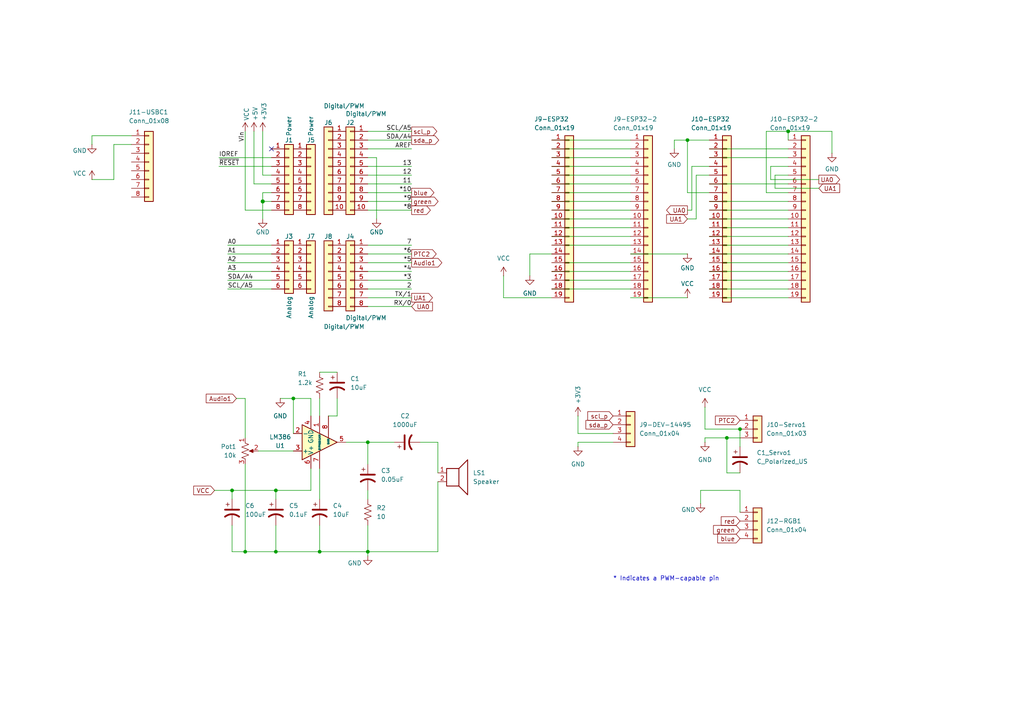
<source format=kicad_sch>
(kicad_sch (version 20231120) (generator "eeschema") (generator_version "8.0")
  (paper "A4")
  (title_block (title "SmartValveShield") (date "2025-03-20") (rev "2") (company "Seneca Polytechnics"))
  (lib_symbols
    (symbol "Amplifier_Audio:LM386" (pin_names (offset 0.127))
      (property "Reference" "U" (at 1.27 7.62 0))
      (property "Value" "LM386" (at 1.27 5.08 0))
      (symbol "LM386_0_1"
        (polyline (pts (xy 5.08 0) (xy -5.08 5.08) (xy -5.08 -5.08) (xy 5.08 0)) (stroke (width 0.254)) (fill (type background)))
      )
      (symbol "LM386_1_1"
        (pin input line (at 0 -7.62 90) (length 5.08) (name "GAIN") (number "1"))
        (pin input line (at -7.62 -2.54 0) (length 2.54) (name "-") (number "2"))
        (pin input line (at -7.62 2.54 0) (length 2.54) (name "+") (number "3"))
        (pin power_in line (at -2.54 -7.62 90) (length 3.81) (name "GND") (number "4"))
        (pin output line (at 7.62 0 180) (length 2.54) (name "~") (number "5"))
        (pin power_in line (at -2.54 7.62 270) (length 3.81) (name "V+") (number "6"))
        (pin input line (at 0 7.62 270) (length 5.08) (name "BYPASS") (number "7"))
        (pin input line (at 2.54 -7.62 90) (length 6.35) (name "GAIN") (number "8"))
      )
    )
    (symbol "Conn_01x04_1" (pin_names (offset 1.016) hide)
      (property "Reference" "J9-DEV-14495" (at 2.54 0.0001 0))
      (property "Value" "Conn_01x04" (at 2.54 -2.5399 0))
      (symbol "Conn_01x04_1_1_1"
        (rectangle (start -1.27 -4.953) (end 0 -5.207) (stroke (width 0.1524)))
        (rectangle (start -1.27 -2.413) (end 0 -2.667) (stroke (width 0.1524)))
        (rectangle (start -1.27 0.127) (end 0 -0.127) (stroke (width 0.1524)))
        (rectangle (start -1.27 2.667) (end 0 2.413) (stroke (width 0.1524)))
        (rectangle (start -1.27 3.81) (end 1.27 -6.35) (stroke (width 0.254)) (fill (type background)))
        (pin passive line (at -5.08 2.54 0) (length 3.81) (name "Pin_1") (number "1"))
        (pin passive line (at -5.08 0 0) (length 3.81) (name "Pin_2") (number "2"))
        (pin power_in line (at -5.08 -2.54 0) (length 3.81) (name "Pin_3") (number "3"))
        (pin passive line (at -5.08 -5.08 0) (length 3.81) (name "Pin_4") (number "4"))
      )
    )
    (symbol "Conn_01x08_1" (pin_names (offset 1.016) hide)
      (property "Reference" "J11-USBC1" (at -5.842 14.478 0))
      (property "Value" "Conn_01x08" (at -5.842 11.938 0))
      (symbol "Conn_01x08_1_1_1"
        (rectangle (start -1.27 -10.033) (end 0 -10.287) (stroke (width 0.1524)))
        (rectangle (start -1.27 -7.493) (end 0 -7.747) (stroke (width 0.1524)))
        (rectangle (start -1.27 -4.953) (end 0 -5.207) (stroke (width 0.1524)))
        (rectangle (start -1.27 -2.413) (end 0 -2.667) (stroke (width 0.1524)))
        (rectangle (start -1.27 0.127) (end 0 -0.127) (stroke (width 0.1524)))
        (rectangle (start -1.27 2.667) (end 0 2.413) (stroke (width 0.1524)))
        (rectangle (start -1.27 5.207) (end 0 4.953) (stroke (width 0.1524)))
        (rectangle (start -1.27 7.747) (end 0 7.493) (stroke (width 0.1524)))
        (rectangle (start -1.27 8.89) (end 1.27 -11.43) (stroke (width 0.254)) (fill (type background)))
        (pin power_in line (at -5.08 7.62 0) (length 3.81) (name "Pin_1") (number "1"))
        (pin power_out line (at -5.08 5.08 0) (length 3.81) (name "Pin_2") (number "2"))
        (pin passive line (at -5.08 2.54 0) (length 3.81) (name "Pin_3") (number "3"))
        (pin passive line (at -5.08 0 0) (length 3.81) (name "Pin_4") (number "4"))
        (pin passive line (at -5.08 -2.54 0) (length 3.81) (name "Pin_5") (number "5"))
        (pin passive line (at -5.08 -5.08 0) (length 3.81) (name "Pin_6") (number "6"))
        (pin passive line (at -5.08 -7.62 0) (length 3.81) (name "Pin_7") (number "7"))
        (pin passive line (at -5.08 -10.16 0) (length 3.81) (name "Pin_8") (number "8"))
      )
    )
    (symbol "Conn_01x08_2" (pin_names (offset 1.016) hide)
      (property "Reference" "J1" (at 0 10.16 0))
      (property "Value" "Power" (at 0 14.224 90))
      (symbol "Conn_01x08_2_1_1"
        (rectangle (start -1.27 -10.033) (end 0 -10.287) (stroke (width 0.1524)))
        (rectangle (start -1.27 -7.493) (end 0 -7.747) (stroke (width 0.1524)))
        (rectangle (start -1.27 -4.953) (end 0 -5.207) (stroke (width 0.1524)))
        (rectangle (start -1.27 -2.413) (end 0 -2.667) (stroke (width 0.1524)))
        (rectangle (start -1.27 0.127) (end 0 -0.127) (stroke (width 0.1524)))
        (rectangle (start -1.27 2.667) (end 0 2.413) (stroke (width 0.1524)))
        (rectangle (start -1.27 5.207) (end 0 4.953) (stroke (width 0.1524)))
        (rectangle (start -1.27 7.747) (end 0 7.493) (stroke (width 0.1524)))
        (rectangle (start -1.27 8.89) (end 1.27 -11.43) (stroke (width 0.254)) (fill (type background)))
        (pin passive line (at -5.08 7.62 0) (length 3.81) (name "Pin_1") (number "1"))
        (pin passive line (at -5.08 5.08 0) (length 3.81) (name "Pin_2") (number "2"))
        (pin passive line (at -5.08 2.54 0) (length 3.81) (name "Pin_3") (number "3"))
        (pin power_out line (at -5.08 0 0) (length 3.81) (name "Pin_4") (number "4"))
        (pin power_out line (at -5.08 -2.54 0) (length 3.81) (name "Pin_5") (number "5"))
        (pin passive line (at -5.08 -5.08 0) (length 3.81) (name "Pin_6") (number "6"))
        (pin passive line (at -5.08 -7.62 0) (length 3.81) (name "Pin_7") (number "7"))
        (pin passive line (at -5.08 -10.16 0) (length 3.81) (name "Pin_8") (number "8"))
      )
    )
    (symbol "Connector_Generic:Conn_01x03" (pin_names (offset 1.016) hide)
      (property "Reference" "J" (at 0 5.08 0))
      (property "Value" "Conn_01x03" (at 0 -5.08 0))
      (symbol "Conn_01x03_1_1"
        (rectangle (start -1.27 -2.413) (end 0 -2.667) (stroke (width 0.1524)))
        (rectangle (start -1.27 0.127) (end 0 -0.127) (stroke (width 0.1524)))
        (rectangle (start -1.27 2.667) (end 0 2.413) (stroke (width 0.1524)))
        (rectangle (start -1.27 3.81) (end 1.27 -3.81) (stroke (width 0.254)) (fill (type background)))
        (pin passive line (at -5.08 2.54 0) (length 3.81) (name "Pin_1") (number "1"))
        (pin passive line (at -5.08 0 0) (length 3.81) (name "Pin_2") (number "2"))
        (pin passive line (at -5.08 -2.54 0) (length 3.81) (name "Pin_3") (number "3"))
      )
    )
    (symbol "Connector_Generic:Conn_01x04" (pin_names (offset 1.016) hide)
      (property "Reference" "J" (at 0 5.08 0))
      (property "Value" "Conn_01x04" (at 0 -7.62 0))
      (symbol "Conn_01x04_1_1"
        (rectangle (start -1.27 -4.953) (end 0 -5.207) (stroke (width 0.1524)))
        (rectangle (start -1.27 -2.413) (end 0 -2.667) (stroke (width 0.1524)))
        (rectangle (start -1.27 0.127) (end 0 -0.127) (stroke (width 0.1524)))
        (rectangle (start -1.27 2.667) (end 0 2.413) (stroke (width 0.1524)))
        (rectangle (start -1.27 3.81) (end 1.27 -6.35) (stroke (width 0.254)) (fill (type background)))
        (pin passive line (at -5.08 2.54 0) (length 3.81) (name "Pin_1") (number "1"))
        (pin passive line (at -5.08 0 0) (length 3.81) (name "Pin_2") (number "2"))
        (pin passive line (at -5.08 -2.54 0) (length 3.81) (name "Pin_3") (number "3"))
        (pin passive line (at -5.08 -5.08 0) (length 3.81) (name "Pin_4") (number "4"))
      )
    )
    (symbol "Connector_Generic:Conn_01x06" (pin_names (offset 1.016) hide)
      (property "Reference" "J" (at 0 7.62 0))
      (property "Value" "Conn_01x06" (at 0 -10.16 0))
      (symbol "Conn_01x06_1_1"
        (rectangle (start -1.27 -7.493) (end 0 -7.747) (stroke (width 0.1524)))
        (rectangle (start -1.27 -4.953) (end 0 -5.207) (stroke (width 0.1524)))
        (rectangle (start -1.27 -2.413) (end 0 -2.667) (stroke (width 0.1524)))
        (rectangle (start -1.27 0.127) (end 0 -0.127) (stroke (width 0.1524)))
        (rectangle (start -1.27 2.667) (end 0 2.413) (stroke (width 0.1524)))
        (rectangle (start -1.27 5.207) (end 0 4.953) (stroke (width 0.1524)))
        (rectangle (start -1.27 6.35) (end 1.27 -8.89) (stroke (width 0.254)) (fill (type background)))
        (pin passive line (at -5.08 5.08 0) (length 3.81) (name "Pin_1") (number "1"))
        (pin passive line (at -5.08 2.54 0) (length 3.81) (name "Pin_2") (number "2"))
        (pin passive line (at -5.08 0 0) (length 3.81) (name "Pin_3") (number "3"))
        (pin passive line (at -5.08 -2.54 0) (length 3.81) (name "Pin_4") (number "4"))
        (pin passive line (at -5.08 -5.08 0) (length 3.81) (name "Pin_5") (number "5"))
        (pin passive line (at -5.08 -7.62 0) (length 3.81) (name "Pin_6") (number "6"))
      )
    )
    (symbol "Connector_Generic:Conn_01x08" (pin_names (offset 1.016) hide)
      (property "Reference" "J" (at 0 10.16 0))
      (property "Value" "Conn_01x08" (at 0 -12.7 0))
      (symbol "Conn_01x08_1_1"
        (rectangle (start -1.27 -10.033) (end 0 -10.287) (stroke (width 0.1524)))
        (rectangle (start -1.27 -7.493) (end 0 -7.747) (stroke (width 0.1524)))
        (rectangle (start -1.27 -4.953) (end 0 -5.207) (stroke (width 0.1524)))
        (rectangle (start -1.27 -2.413) (end 0 -2.667) (stroke (width 0.1524)))
        (rectangle (start -1.27 0.127) (end 0 -0.127) (stroke (width 0.1524)))
        (rectangle (start -1.27 2.667) (end 0 2.413) (stroke (width 0.1524)))
        (rectangle (start -1.27 5.207) (end 0 4.953) (stroke (width 0.1524)))
        (rectangle (start -1.27 7.747) (end 0 7.493) (stroke (width 0.1524)))
        (rectangle (start -1.27 8.89) (end 1.27 -11.43) (stroke (width 0.254)) (fill (type background)))
        (pin passive line (at -5.08 7.62 0) (length 3.81) (name "Pin_1") (number "1"))
        (pin passive line (at -5.08 5.08 0) (length 3.81) (name "Pin_2") (number "2"))
        (pin passive line (at -5.08 2.54 0) (length 3.81) (name "Pin_3") (number "3"))
        (pin passive line (at -5.08 0 0) (length 3.81) (name "Pin_4") (number "4"))
        (pin passive line (at -5.08 -2.54 0) (length 3.81) (name "Pin_5") (number "5"))
        (pin passive line (at -5.08 -5.08 0) (length 3.81) (name "Pin_6") (number "6"))
        (pin passive line (at -5.08 -7.62 0) (length 3.81) (name "Pin_7") (number "7"))
        (pin passive line (at -5.08 -10.16 0) (length 3.81) (name "Pin_8") (number "8"))
      )
    )
    (symbol "Connector_Generic:Conn_01x10" (pin_names (offset 1.016) hide)
      (property "Reference" "J" (at 0 12.7 0))
      (property "Value" "Conn_01x10" (at 0 -15.24 0))
      (symbol "Conn_01x10_1_1"
        (rectangle (start -1.27 -12.573) (end 0 -12.827) (stroke (width 0.1524)))
        (rectangle (start -1.27 -10.033) (end 0 -10.287) (stroke (width 0.1524)))
        (rectangle (start -1.27 -7.493) (end 0 -7.747) (stroke (width 0.1524)))
        (rectangle (start -1.27 -4.953) (end 0 -5.207) (stroke (width 0.1524)))
        (rectangle (start -1.27 -2.413) (end 0 -2.667) (stroke (width 0.1524)))
        (rectangle (start -1.27 0.127) (end 0 -0.127) (stroke (width 0.1524)))
        (rectangle (start -1.27 2.667) (end 0 2.413) (stroke (width 0.1524)))
        (rectangle (start -1.27 5.207) (end 0 4.953) (stroke (width 0.1524)))
        (rectangle (start -1.27 7.747) (end 0 7.493) (stroke (width 0.1524)))
        (rectangle (start -1.27 10.287) (end 0 10.033) (stroke (width 0.1524)))
        (rectangle (start -1.27 11.43) (end 1.27 -13.97) (stroke (width 0.254)) (fill (type background)))
        (pin passive line (at -5.08 10.16 0) (length 3.81) (name "Pin_1") (number "1"))
        (pin passive line (at -5.08 -12.7 0) (length 3.81) (name "Pin_10") (number "10"))
        (pin passive line (at -5.08 7.62 0) (length 3.81) (name "Pin_2") (number "2"))
        (pin passive line (at -5.08 5.08 0) (length 3.81) (name "Pin_3") (number "3"))
        (pin passive line (at -5.08 2.54 0) (length 3.81) (name "Pin_4") (number "4"))
        (pin passive line (at -5.08 0 0) (length 3.81) (name "Pin_5") (number "5"))
        (pin passive line (at -5.08 -2.54 0) (length 3.81) (name "Pin_6") (number "6"))
        (pin passive line (at -5.08 -5.08 0) (length 3.81) (name "Pin_7") (number "7"))
        (pin passive line (at -5.08 -7.62 0) (length 3.81) (name "Pin_8") (number "8"))
        (pin passive line (at -5.08 -10.16 0) (length 3.81) (name "Pin_9") (number "9"))
      )
    )
    (symbol "Connector_Generic:Conn_01x19" (pin_names (offset 1.016) hide)
      (property "Reference" "J" (at 0 25.4 0))
      (property "Value" "Conn_01x19" (at 0 -25.4 0))
      (symbol "Conn_01x19_1_1"
        (rectangle (start -1.27 -22.733) (end 0 -22.987) (stroke (width 0.1524)))
        (rectangle (start -1.27 -20.193) (end 0 -20.447) (stroke (width 0.1524)))
        (rectangle (start -1.27 -17.653) (end 0 -17.907) (stroke (width 0.1524)))
        (rectangle (start -1.27 -15.113) (end 0 -15.367) (stroke (width 0.1524)))
        (rectangle (start -1.27 -12.573) (end 0 -12.827) (stroke (width 0.1524)))
        (rectangle (start -1.27 -10.033) (end 0 -10.287) (stroke (width 0.1524)))
        (rectangle (start -1.27 -7.493) (end 0 -7.747) (stroke (width 0.1524)))
        (rectangle (start -1.27 -4.953) (end 0 -5.207) (stroke (width 0.1524)))
        (rectangle (start -1.27 -2.413) (end 0 -2.667) (stroke (width 0.1524)))
        (rectangle (start -1.27 0.127) (end 0 -0.127) (stroke (width 0.1524)))
        (rectangle (start -1.27 2.667) (end 0 2.413) (stroke (width 0.1524)))
        (rectangle (start -1.27 5.207) (end 0 4.953) (stroke (width 0.1524)))
        (rectangle (start -1.27 7.747) (end 0 7.493) (stroke (width 0.1524)))
        (rectangle (start -1.27 10.287) (end 0 10.033) (stroke (width 0.1524)))
        (rectangle (start -1.27 12.827) (end 0 12.573) (stroke (width 0.1524)))
        (rectangle (start -1.27 15.367) (end 0 15.113) (stroke (width 0.1524)))
        (rectangle (start -1.27 17.907) (end 0 17.653) (stroke (width 0.1524)))
        (rectangle (start -1.27 20.447) (end 0 20.193) (stroke (width 0.1524)))
        (rectangle (start -1.27 22.987) (end 0 22.733) (stroke (width 0.1524)))
        (rectangle (start -1.27 24.13) (end 1.27 -24.13) (stroke (width 0.254)) (fill (type background)))
        (pin passive line (at -5.08 22.86 0) (length 3.81) (name "Pin_1") (number "1"))
        (pin passive line (at -5.08 0 0) (length 3.81) (name "Pin_10") (number "10"))
        (pin passive line (at -5.08 -2.54 0) (length 3.81) (name "Pin_11") (number "11"))
        (pin passive line (at -5.08 -5.08 0) (length 3.81) (name "Pin_12") (number "12"))
        (pin passive line (at -5.08 -7.62 0) (length 3.81) (name "Pin_13") (number "13"))
        (pin passive line (at -5.08 -10.16 0) (length 3.81) (name "Pin_14") (number "14"))
        (pin passive line (at -5.08 -12.7 0) (length 3.81) (name "Pin_15") (number "15"))
        (pin passive line (at -5.08 -15.24 0) (length 3.81) (name "Pin_16") (number "16"))
        (pin passive line (at -5.08 -17.78 0) (length 3.81) (name "Pin_17") (number "17"))
        (pin passive line (at -5.08 -20.32 0) (length 3.81) (name "Pin_18") (number "18"))
        (pin passive line (at -5.08 -22.86 0) (length 3.81) (name "Pin_19") (number "19"))
        (pin passive line (at -5.08 20.32 0) (length 3.81) (name "Pin_2") (number "2"))
        (pin passive line (at -5.08 17.78 0) (length 3.81) (name "Pin_3") (number "3"))
        (pin passive line (at -5.08 15.24 0) (length 3.81) (name "Pin_4") (number "4"))
        (pin passive line (at -5.08 12.7 0) (length 3.81) (name "Pin_5") (number "5"))
        (pin passive line (at -5.08 10.16 0) (length 3.81) (name "Pin_6") (number "6"))
        (pin passive line (at -5.08 7.62 0) (length 3.81) (name "Pin_7") (number "7"))
        (pin passive line (at -5.08 5.08 0) (length 3.81) (name "Pin_8") (number "8"))
        (pin passive line (at -5.08 2.54 0) (length 3.81) (name "Pin_9") (number "9"))
      )
    )
    (symbol "Device:C_Polarized_US" (pin_numbers hide) (pin_names (offset 0.254) hide)
      (property "Reference" "C" (at 0.635 2.54 0))
      (property "Value" "C_Polarized_US" (at 0.635 -2.54 0))
      (symbol "C_Polarized_US_0_1"
        (polyline (pts (xy -2.032 0.762) (xy 2.032 0.762)) (stroke (width 0.508)))
        (polyline (pts (xy -1.778 2.286) (xy -0.762 2.286)))
        (polyline (pts (xy -1.27 1.778) (xy -1.27 2.794)))
        (arc (start 2.032 -1.27) (mid 0 -0.5572) (end -2.032 -1.27) (stroke (width 0.508)))
      )
      (symbol "C_Polarized_US_1_1"
        (pin passive line (at 0 3.81 270) (length 2.794) (name "~") (number "1"))
        (pin passive line (at 0 -3.81 90) (length 3.302) (name "~") (number "2"))
      )
    )
    (symbol "Device:R_Potentiometer_US" (pin_names (offset 1.016) hide)
      (property "Reference" "RV" (at -4.445 0 90))
      (property "Value" "R_Potentiometer_US" (at -2.54 0 90))
      (symbol "R_Potentiometer_US_0_1"
        (polyline (pts (xy 0 -2.286) (xy 0 -2.54)))
        (polyline (pts (xy 0 2.54) (xy 0 2.286)))
        (polyline (pts (xy 2.54 0) (xy 1.524 0)))
        (polyline (pts (xy 1.143 0) (xy 2.286 0.508) (xy 2.286 -0.508) (xy 1.143 0)) (fill (type outline)))
        (polyline (pts (xy 0 -0.762) (xy 1.016 -1.143) (xy 0 -1.524) (xy -1.016 -1.905) (xy 0 -2.286)))
        (polyline (pts (xy 0 0.762) (xy 1.016 0.381) (xy 0 0) (xy -1.016 -0.381) (xy 0 -0.762)))
        (polyline (pts (xy 0 2.286) (xy 1.016 1.905) (xy 0 1.524) (xy -1.016 1.143) (xy 0 0.762)))
      )
      (symbol "R_Potentiometer_US_1_1"
        (pin passive line (at 0 3.81 270) (length 1.27) (name "1") (number "1"))
        (pin passive line (at 3.81 0 180) (length 1.27) (name "2") (number "2"))
        (pin passive line (at 0 -3.81 90) (length 1.27) (name "3") (number "3"))
      )
    )
    (symbol "Device:R_US" (pin_numbers hide) (pin_names (offset 0))
      (property "Reference" "R" (at 2.54 0 90))
      (property "Value" "R_US" (at -2.54 0 90))
      (symbol "R_US_0_1"
        (polyline (pts (xy 0 -2.286) (xy 0 -2.54)))
        (polyline (pts (xy 0 2.286) (xy 0 2.54)))
        (polyline (pts (xy 0 -0.762) (xy 1.016 -1.143) (xy 0 -1.524) (xy -1.016 -1.905) (xy 0 -2.286)))
        (polyline (pts (xy 0 0.762) (xy 1.016 0.381) (xy 0 0) (xy -1.016 -0.381) (xy 0 -0.762)))
        (polyline (pts (xy 0 2.286) (xy 1.016 1.905) (xy 0 1.524) (xy -1.016 1.143) (xy 0 0.762)))
      )
      (symbol "R_US_1_1"
        (pin passive line (at 0 3.81 270) (length 1.27) (name "~") (number "1"))
        (pin passive line (at 0 -3.81 90) (length 1.27) (name "~") (number "2"))
      )
    )
    (symbol "Device:Speaker" (pin_names (offset 0) hide)
      (property "Reference" "LS" (at 1.27 5.715 0))
      (property "Value" "Speaker" (at 1.27 3.81 0))
      (symbol "Speaker_0_0"
        (rectangle (start -2.54 1.27) (end 1.016 -3.81) (stroke (width 0.254)))
        (polyline (pts (xy 1.016 1.27) (xy 3.556 3.81) (xy 3.556 -6.35) (xy 1.016 -3.81)) (stroke (width 0.254)))
      )
      (symbol "Speaker_1_1"
        (pin input line (at -5.08 0 0) (length 2.54) (name "1") (number "1"))
        (pin input line (at -5.08 -2.54 0) (length 2.54) (name "2") (number "2"))
      )
    )
    (symbol "GND_1" (power) (pin_numbers hide) (pin_names (offset 0) hide)
      (property "Value" "GND" (at 0 -3.81 0))
      (symbol "GND_1_0_1"
        (polyline (pts (xy 0 0) (xy 0 -1.27) (xy 1.27 -1.27) (xy 0 -2.54) (xy -1.27 -1.27) (xy 0 -1.27)))
      )
      (symbol "GND_1_1_1"
        (pin power_in line (at 0 0 270) (length 0) (name "~") (number "1"))
      )
    )
    (symbol "GND_2" (power) (pin_numbers hide) (pin_names (offset 0) hide)
      (property "Value" "GND" (at 0 -3.81 0))
      (symbol "GND_2_0_1"
        (polyline (pts (xy 0 0) (xy 0 -1.27) (xy 1.27 -1.27) (xy 0 -2.54) (xy -1.27 -1.27) (xy 0 -1.27)))
      )
      (symbol "GND_2_1_1"
        (pin power_in line (at 0 0 270) (length 0) (name "~") (number "1"))
      )
    )
    (symbol "GND_3" (power) (pin_numbers hide) (pin_names (offset 0) hide)
      (property "Value" "GND" (at 0 -3.81 0))
      (symbol "GND_3_0_1"
        (polyline (pts (xy 0 0) (xy 0 -1.27) (xy 1.27 -1.27) (xy 0 -2.54) (xy -1.27 -1.27) (xy 0 -1.27)))
      )
      (symbol "GND_3_1_1"
        (pin power_in line (at 0 0 270) (length 0) (name "~") (number "1"))
      )
    )
    (symbol "VCC_1" (power) (pin_numbers hide) (pin_names (offset 0) hide)
      (property "Value" "VCC" (at 0 3.556 0))
      (symbol "VCC_1_0_1"
        (polyline (pts (xy -0.762 1.27) (xy 0 2.54)))
        (polyline (pts (xy 0 0) (xy 0 2.54)))
        (polyline (pts (xy 0 2.54) (xy 0.762 1.27)))
      )
      (symbol "VCC_1_1_1"
        (pin power_in line (at 0 0 90) (length 0) (name "~") (number "1"))
      )
    )
    (symbol "power:+3.3V" (power) (pin_numbers hide) (pin_names (offset 0) hide)
      (property "Value" "+3.3V" (at 0 3.556 0))
      (symbol "+3.3V_0_1"
        (polyline (pts (xy -0.762 1.27) (xy 0 2.54)))
        (polyline (pts (xy 0 0) (xy 0 2.54)))
        (polyline (pts (xy 0 2.54) (xy 0.762 1.27)))
      )
      (symbol "+3.3V_1_1"
        (pin power_in line (at 0 0 90) (length 0) (name "~") (number "1"))
      )
    )
    (symbol "power:+3V3" (power) (pin_names (offset 0))
      (property "Value" "+3V3" (at 0 3.556 0))
      (symbol "+3V3_0_1"
        (polyline (pts (xy -0.762 1.27) (xy 0 2.54)))
        (polyline (pts (xy 0 0) (xy 0 2.54)))
        (polyline (pts (xy 0 2.54) (xy 0.762 1.27)))
      )
      (symbol "+3V3_1_1"
        (pin power_in line (at 0 0 90) (length 0) hide (name "+3V3") (number "1"))
      )
    )
    (symbol "power:+5V" (power) (pin_names (offset 0))
      (property "Value" "+5V" (at 0 3.556 0))
      (symbol "+5V_0_1"
        (polyline (pts (xy -0.762 1.27) (xy 0 2.54)))
        (polyline (pts (xy 0 0) (xy 0 2.54)))
        (polyline (pts (xy 0 2.54) (xy 0.762 1.27)))
      )
      (symbol "+5V_1_1"
        (pin power_in line (at 0 0 90) (length 0) hide (name "+5V") (number "1"))
      )
    )
    (symbol "power:GND" (power) (pin_names (offset 0))
      (property "Value" "GND" (at 0 -3.81 0))
      (symbol "GND_0_1"
        (polyline (pts (xy 0 0) (xy 0 -1.27) (xy 1.27 -1.27) (xy 0 -2.54) (xy -1.27 -1.27) (xy 0 -1.27)))
      )
      (symbol "GND_1_1"
        (pin power_in line (at 0 0 270) (length 0) hide (name "GND") (number "1"))
      )
    )
    (symbol "power:VCC" (power) (pin_names (offset 0))
      (property "Value" "VCC" (at 0 3.81 0))
      (symbol "VCC_0_1"
        (polyline (pts (xy -0.762 1.27) (xy 0 2.54)))
        (polyline (pts (xy 0 0) (xy 0 2.54)))
        (polyline (pts (xy 0 2.54) (xy 0.762 1.27)))
      )
      (symbol "VCC_1_1"
        (pin power_in line (at 0 0 90) (length 0) hide (name "VCC") (number "1"))
      )
    )
  )
  (junction (at 71.12 160.02))
  (junction (at 199.39 40.64))
  (junction (at 214.63 124.46))
  (junction (at 76.2 58.42) (diameter 1.016))
  (junction (at 106.68 160.02))
  (junction (at 228.6 38.1))
  (junction (at 106.68 128.27))
  (junction (at 92.71 160.02))
  (junction (at 80.01 160.02))
  (junction (at 210.82 127))
  (junction (at 80.01 142.24))
  (junction (at 67.31 142.24))
  (junction (at 85.09 115.57))
  (no_connect (at 78.74 43.18))
  (wire (pts (xy 160.02 81.28) (xy 182.88 81.28)))
  (wire (pts (xy 106.68 88.9) (xy 119.38 88.9)))
  (wire (pts (xy 199.39 55.88) (xy 199.39 40.64)))
  (wire (pts (xy 97.79 120.65) (xy 95.25 120.65)))
  (wire (pts (xy 106.68 55.88) (xy 119.38 55.88)))
  (wire (pts (xy 106.68 38.1) (xy 119.38 38.1)))
  (wire (pts (xy 167.64 128.27) (xy 177.8 128.27)))
  (wire (pts (xy 205.74 63.5) (xy 228.6 63.5)))
  (wire (pts (xy 76.2 55.88) (xy 76.2 58.42)))
  (wire (pts (xy 205.74 73.66) (xy 228.6 73.66)))
  (wire (pts (xy 160.02 66.04) (xy 182.88 66.04)))
  (wire (pts (xy 127 128.27) (xy 127 137.16)))
  (wire (pts (xy 66.04 83.82) (xy 78.74 83.82)))
  (wire (pts (xy 204.47 124.46) (xy 214.63 124.46)))
  (wire (pts (xy 205.74 68.58) (xy 228.6 68.58)))
  (wire (pts (xy 205.74 50.8) (xy 201.93 50.8)))
  (wire (pts (xy 214.63 137.16) (xy 210.82 137.16)))
  (wire (pts (xy 71.12 115.57) (xy 71.12 127)))
  (wire (pts (xy 76.2 58.42) (xy 76.2 63.5)))
  (wire (pts (xy 26.67 39.37) (xy 26.67 41.91)))
  (wire (pts (xy 85.09 115.57) (xy 81.28 115.57)))
  (wire (pts (xy 224.79 50.8) (xy 224.79 54.61)))
  (wire (pts (xy 76.2 50.8) (xy 78.74 50.8)))
  (wire (pts (xy 38.1 41.91) (xy 33.02 41.91)))
  (wire (pts (xy 205.74 71.12) (xy 228.6 71.12)))
  (wire (pts (xy 106.68 152.4) (xy 106.68 160.02)))
  (wire (pts (xy 73.66 53.34) (xy 78.74 53.34)))
  (wire (pts (xy 73.66 38.1) (xy 73.66 53.34)))
  (wire (pts (xy 80.01 142.24) (xy 80.01 144.78)))
  (wire (pts (xy 106.68 48.26) (xy 119.38 48.26)))
  (wire (pts (xy 167.64 125.73) (xy 167.64 120.65)))
  (wire (pts (xy 241.3 38.1) (xy 241.3 44.45)))
  (wire (pts (xy 76.2 38.1) (xy 76.2 50.8)))
  (wire (pts (xy 106.68 71.12) (xy 119.38 71.12)))
  (wire (pts (xy 90.17 120.65) (xy 90.17 115.57)))
  (wire (pts (xy 222.25 55.88) (xy 222.25 38.1)))
  (wire (pts (xy 78.74 71.12) (xy 66.04 71.12)))
  (wire (pts (xy 205.74 45.72) (xy 228.6 45.72)))
  (wire (pts (xy 68.58 115.57) (xy 71.12 115.57)))
  (wire (pts (xy 106.68 50.8) (xy 119.38 50.8)))
  (wire (pts (xy 204.47 124.46) (xy 204.47 118.11)))
  (wire (pts (xy 146.05 80.01) (xy 146.05 86.36)))
  (wire (pts (xy 205.74 81.28) (xy 228.6 81.28)))
  (wire (pts (xy 160.02 53.34) (xy 182.88 53.34)))
  (wire (pts (xy 160.02 45.72) (xy 182.88 45.72)))
  (wire (pts (xy 224.79 54.61) (xy 237.49 54.61)))
  (wire (pts (xy 106.68 73.66) (xy 119.38 73.66)))
  (wire (pts (xy 127 160.02) (xy 106.68 160.02)))
  (wire (pts (xy 106.68 128.27) (xy 106.68 134.62)))
  (wire (pts (xy 195.58 40.64) (xy 195.58 43.18)))
  (wire (pts (xy 177.8 125.73) (xy 167.64 125.73)))
  (wire (pts (xy 205.74 48.26) (xy 200.66 48.26)))
  (wire (pts (xy 160.02 83.82) (xy 182.88 83.82)))
  (wire (pts (xy 205.74 60.96) (xy 228.6 60.96)))
  (wire (pts (xy 160.02 68.58) (xy 182.88 68.58)))
  (wire (pts (xy 200.66 60.96) (xy 199.39 60.96)))
  (wire (pts (xy 106.68 161.29) (xy 106.68 160.02)))
  (wire (pts (xy 153.67 73.66) (xy 153.67 80.01)))
  (wire (pts (xy 160.02 43.18) (xy 182.88 43.18)))
  (wire (pts (xy 80.01 142.24) (xy 90.17 142.24)))
  (wire (pts (xy 210.82 127) (xy 210.82 137.16)))
  (wire (pts (xy 106.68 58.42) (xy 119.38 58.42)))
  (wire (pts (xy 205.74 53.34) (xy 228.6 53.34)))
  (wire (pts (xy 205.74 43.18) (xy 228.6 43.18)))
  (wire (pts (xy 199.39 73.66) (xy 182.88 73.66)))
  (wire (pts (xy 201.93 50.8) (xy 201.93 63.5)))
  (wire (pts (xy 106.68 78.74) (xy 119.38 78.74)))
  (wire (pts (xy 90.17 115.57) (xy 85.09 115.57)))
  (wire (pts (xy 160.02 50.8) (xy 182.88 50.8)))
  (wire (pts (xy 63.5 45.72) (xy 78.74 45.72)))
  (wire (pts (xy 205.74 78.74) (xy 228.6 78.74)))
  (wire (pts (xy 222.25 38.1) (xy 228.6 38.1)))
  (wire (pts (xy 214.63 124.46) (xy 214.63 129.54)))
  (wire (pts (xy 92.71 160.02) (xy 106.68 160.02)))
  (wire (pts (xy 80.01 152.4) (xy 80.01 160.02)))
  (wire (pts (xy 228.6 50.8) (xy 224.79 50.8)))
  (wire (pts (xy 160.02 58.42) (xy 182.88 58.42)))
  (wire (pts (xy 201.93 63.5) (xy 199.39 63.5)))
  (wire (pts (xy 109.22 45.72) (xy 109.22 63.5)))
  (wire (pts (xy 67.31 160.02) (xy 71.12 160.02)))
  (wire (pts (xy 205.74 66.04) (xy 228.6 66.04)))
  (wire (pts (xy 106.68 43.18) (xy 119.38 43.18)))
  (wire (pts (xy 33.02 52.07) (xy 26.67 52.07)))
  (wire (pts (xy 62.23 142.24) (xy 67.31 142.24)))
  (wire (pts (xy 78.74 76.2) (xy 66.04 76.2)))
  (wire (pts (xy 121.92 128.27) (xy 127 128.27)))
  (wire (pts (xy 63.5 48.26) (xy 78.74 48.26)))
  (wire (pts (xy 67.31 142.24) (xy 80.01 142.24)))
  (wire (pts (xy 203.2 142.24) (xy 203.2 146.05)))
  (wire (pts (xy 92.71 115.57) (xy 92.71 120.65)))
  (wire (pts (xy 78.74 58.42) (xy 76.2 58.42)))
  (wire (pts (xy 160.02 76.2) (xy 182.88 76.2)))
  (wire (pts (xy 160.02 48.26) (xy 182.88 48.26)))
  (wire (pts (xy 205.74 86.36) (xy 228.6 86.36)))
  (wire (pts (xy 204.47 127) (xy 204.47 128.27)))
  (wire (pts (xy 205.74 83.82) (xy 228.6 83.82)))
  (wire (pts (xy 90.17 142.24) (xy 90.17 135.89)))
  (wire (pts (xy 106.68 142.24) (xy 106.68 144.78)))
  (wire (pts (xy 228.6 38.1) (xy 241.3 38.1)))
  (wire (pts (xy 200.66 48.26) (xy 200.66 60.96)))
  (wire (pts (xy 205.74 40.64) (xy 199.39 40.64)))
  (wire (pts (xy 205.74 58.42) (xy 228.6 58.42)))
  (wire (pts (xy 78.74 60.96) (xy 71.12 60.96)))
  (wire (pts (xy 85.09 115.57) (xy 85.09 125.73)))
  (wire (pts (xy 66.04 73.66) (xy 78.74 73.66)))
  (wire (pts (xy 127 139.7) (xy 127 160.02)))
  (wire (pts (xy 160.02 40.64) (xy 182.88 40.64)))
  (wire (pts (xy 33.02 41.91) (xy 33.02 52.07)))
  (wire (pts (xy 92.71 152.4) (xy 92.71 160.02)))
  (wire (pts (xy 214.63 142.24) (xy 203.2 142.24)))
  (wire (pts (xy 71.12 160.02) (xy 80.01 160.02)))
  (wire (pts (xy 228.6 55.88) (xy 222.25 55.88)))
  (wire (pts (xy 214.63 148.59) (xy 214.63 142.24)))
  (wire (pts (xy 67.31 152.4) (xy 67.31 160.02)))
  (wire (pts (xy 106.68 45.72) (xy 109.22 45.72)))
  (wire (pts (xy 205.74 55.88) (xy 199.39 55.88)))
  (wire (pts (xy 74.93 130.81) (xy 85.09 130.81)))
  (wire (pts (xy 38.1 39.37) (xy 26.67 39.37)))
  (wire (pts (xy 78.74 55.88) (xy 76.2 55.88)))
  (wire (pts (xy 160.02 71.12) (xy 182.88 71.12)))
  (wire (pts (xy 106.68 53.34) (xy 119.38 53.34)))
  (wire (pts (xy 160.02 73.66) (xy 153.67 73.66)))
  (wire (pts (xy 167.64 129.54) (xy 167.64 128.27)))
  (wire (pts (xy 106.68 76.2) (xy 119.38 76.2)))
  (wire (pts (xy 66.04 78.74) (xy 78.74 78.74)))
  (wire (pts (xy 205.74 76.2) (xy 228.6 76.2)))
  (wire (pts (xy 223.52 52.07) (xy 223.52 48.26)))
  (wire (pts (xy 160.02 60.96) (xy 182.88 60.96)))
  (wire (pts (xy 228.6 38.1) (xy 228.6 40.64)))
  (wire (pts (xy 106.68 128.27) (xy 114.3 128.27)))
  (wire (pts (xy 210.82 127) (xy 204.47 127)))
  (wire (pts (xy 160.02 55.88) (xy 182.88 55.88)))
  (wire (pts (xy 71.12 134.62) (xy 71.12 160.02)))
  (wire (pts (xy 106.68 40.64) (xy 119.38 40.64)))
  (wire (pts (xy 97.79 115.57) (xy 97.79 120.65)))
  (wire (pts (xy 106.68 83.82) (xy 119.38 83.82)))
  (wire (pts (xy 214.63 127) (xy 210.82 127)))
  (wire (pts (xy 199.39 40.64) (xy 195.58 40.64)))
  (wire (pts (xy 92.71 135.89) (xy 92.71 144.78)))
  (wire (pts (xy 106.68 81.28) (xy 119.38 81.28)))
  (wire (pts (xy 146.05 86.36) (xy 160.02 86.36)))
  (wire (pts (xy 92.71 107.95) (xy 97.79 107.95)))
  (wire (pts (xy 199.39 86.36) (xy 182.88 86.36)))
  (wire (pts (xy 228.6 48.26) (xy 223.52 48.26)))
  (wire (pts (xy 106.68 86.36) (xy 119.38 86.36)))
  (wire (pts (xy 71.12 60.96) (xy 71.12 38.1)))
  (wire (pts (xy 223.52 52.07) (xy 237.49 52.07)))
  (wire (pts (xy 78.74 81.28) (xy 66.04 81.28)))
  (wire (pts (xy 80.01 160.02) (xy 92.71 160.02)))
  (wire (pts (xy 160.02 63.5) (xy 182.88 63.5)))
  (wire (pts (xy 100.33 128.27) (xy 106.68 128.27)))
  (wire (pts (xy 160.02 78.74) (xy 182.88 78.74)))
  (wire (pts (xy 106.68 60.96) (xy 119.38 60.96)))
  (wire (pts (xy 67.31 142.24) (xy 67.31 144.78)))
  (text "* Indicates a PWM-capable pin" (at 177.8 168.656 0) (effects (font (size 1.27 1.27)) (justify left bottom)))
  (label "RX{slash}0" (at 119.38 88.9 180))
  (label "A2" (at 66.04 76.2 0))
  (label "*4" (at 119.38 78.74 180))
  (label "2" (at 119.38 83.82 180))
  (label "A3" (at 66.04 78.74 0))
  (label "13" (at 119.38 48.26 180))
  (label "12" (at 119.38 50.8 180))
  (label "~{RESET}" (at 63.5 48.26 0))
  (label "*10" (at 119.38 55.88 180))
  (label "7" (at 119.38 71.12 180))
  (label "SDA{slash}A4" (at 119.38 40.64 180))
  (label "*8" (at 119.38 60.96 180))
  (label "11" (at 119.38 53.34 180))
  (label "*3" (at 119.38 81.28 180))
  (label "A1" (at 66.04 73.66 0))
  (label "TX{slash}1" (at 119.38 86.36 180))
  (label "A0" (at 66.04 71.12 0))
  (label "AREF" (at 119.38 43.18 180))
  (label "Vin" (at 71.12 38.1 270))
  (label "*6" (at 119.38 73.66 180))
  (label "SCL{slash}A5" (at 119.38 38.1 180))
  (label "*9" (at 119.38 58.42 180))
  (label "*5" (at 119.38 76.2 180))
  (label "IOREF" (at 63.5 45.72 0))
  (label "SDA{slash}A4" (at 66.04 81.28 0))
  (label "SCL{slash}A5" (at 66.04 83.82 0))
  (global_label "PTC2" (shape output) (at 119.38 73.66 0) (property "Intersheetrefs" "${INTERSHEET_REFS}" (effects (hide yes))))
  (global_label "UA1" (shape input) (at 237.49 54.61 0) (property "Intersheetrefs" "${INTERSHEET_REFS}" (effects (hide yes))))
  (global_label "Audio1" (shape input) (at 68.58 115.57 180) (property "Intersheetrefs" "${INTERSHEET_REFS}" (effects (hide yes))))
  (global_label "UA1" (shape output) (at 119.38 86.36 0) (property "Intersheetrefs" "${INTERSHEET_REFS}" (effects (hide yes))))
  (global_label "sda_p" (shape output) (at 119.38 40.64 0) (property "Intersheetrefs" "${INTERSHEET_REFS}" (effects (hide yes))))
  (global_label "red" (shape input) (at 214.63 151.13 180) (property "Intersheetrefs" "${INTERSHEET_REFS}" (effects (hide yes))))
  (global_label "blue" (shape input) (at 214.63 156.21 180) (property "Intersheetrefs" "${INTERSHEET_REFS}" (effects (hide yes))))
  (global_label "UA0" (shape input) (at 119.38 88.9 0) (property "Intersheetrefs" "${INTERSHEET_REFS}" (effects (hide yes))))
  (global_label "green" (shape input) (at 214.63 153.67 180) (property "Intersheetrefs" "${INTERSHEET_REFS}" (effects (hide yes))))
  (global_label "UA1" (shape input) (at 199.39 63.5 180) (property "Intersheetrefs" "${INTERSHEET_REFS}" (effects (hide yes))))
  (global_label "scl_p" (shape input) (at 177.8 120.65 180) (property "Intersheetrefs" "${INTERSHEET_REFS}" (effects (hide yes))))
  (global_label "scl_p" (shape output) (at 119.38 38.1 0) (property "Intersheetrefs" "${INTERSHEET_REFS}" (effects (hide yes))))
  (global_label "red" (shape output) (at 119.38 60.96 0) (property "Intersheetrefs" "${INTERSHEET_REFS}" (effects (hide yes))))
  (global_label "Audio1" (shape output) (at 119.38 76.2 0) (property "Intersheetrefs" "${INTERSHEET_REFS}" (effects (hide yes))))
  (global_label "UA0" (shape output) (at 199.39 60.96 180) (property "Intersheetrefs" "${INTERSHEET_REFS}" (effects (hide yes))))
  (global_label "VCC" (shape input) (at 62.23 142.24 180) (property "Intersheetrefs" "${INTERSHEET_REFS}" (effects (hide yes))))
  (global_label "blue" (shape output) (at 119.38 55.88 0) (property "Intersheetrefs" "${INTERSHEET_REFS}" (effects (hide yes))))
  (global_label "sda_p" (shape input) (at 177.8 123.19 180) (property "Intersheetrefs" "${INTERSHEET_REFS}" (effects (hide yes))))
  (global_label "UA0" (shape output) (at 237.49 52.07 0) (property "Intersheetrefs" "${INTERSHEET_REFS}" (effects (hide yes))))
  (global_label "PTC2" (shape input) (at 214.63 121.92 180) (property "Intersheetrefs" "${INTERSHEET_REFS}" (effects (hide yes))))
  (global_label "green" (shape output) (at 119.38 58.42 0) (property "Intersheetrefs" "${INTERSHEET_REFS}" (effects (hide yes))))
  (symbol (lib_name "Conn_01x08_2") (lib_id "Connector_Generic:Conn_01x08") (at 83.82 50.8 0) (unit 1)
    (property "Reference" "J1" (at 83.82 40.64 0))
    (property "Value" "Power" (at 83.82 36.576 90))
    (property "Footprint" "Connector_PinSocket_2.54mm:PinSocket_1x08_P2.54mm_Vertical" (effects (hide yes)))
  )
  (symbol (lib_id "power:+3V3") (at 76.2 38.1 0) (unit 1)
    (property "Reference" "#PWR03" (effects (hide yes)))
    (property "Value" "+3V3" (at 76.581 35.052 90) (effects (justify left)))
  )
  (symbol (lib_id "power:+5V") (at 73.66 38.1 0) (unit 1)
    (property "Reference" "#PWR02" (effects (hide yes)))
    (property "Value" "+5V" (at 74.0156 35.052 90) (effects (justify left)))
  )
  (symbol (lib_id "power:GND") (at 76.2 63.5 0) (unit 1)
    (property "Reference" "#PWR04" (effects (hide yes)))
    (property "Value" "GND" (at 76.2 67.31 0))
  )
  (symbol (lib_id "Connector_Generic:Conn_01x10") (at 101.6 48.26 0) (mirror y) (unit 1)
    (property "Reference" "J2" (at 101.6 35.56 0))
    (property "Value" "Digital/PWM" (at 106.172 33.02 0))
    (property "Footprint" "Connector_PinSocket_2.54mm:PinSocket_1x10_P2.54mm_Vertical" (effects (hide yes)))
  )
  (symbol (lib_id "power:GND") (at 109.22 63.5 0) (unit 1)
    (property "Reference" "#PWR05" (effects (hide yes)))
    (property "Value" "GND" (at 109.22 67.31 0))
  )
  (symbol (lib_id "Connector_Generic:Conn_01x06") (at 83.82 76.2 0) (unit 1)
    (property "Reference" "J3" (at 83.82 68.58 0))
    (property "Value" "Analog" (at 83.82 89.154 90))
    (property "Footprint" "Connector_PinSocket_2.54mm:PinSocket_1x06_P2.54mm_Vertical" (effects (hide yes)))
  )
  (symbol (lib_id "Connector_Generic:Conn_01x08") (at 101.6 78.74 0) (mirror y) (unit 1)
    (property "Reference" "J4" (at 101.6 68.58 0))
    (property "Value" "Digital/PWM" (at 106.172 92.202 0))
    (property "Footprint" "Connector_PinSocket_2.54mm:PinSocket_1x08_P2.54mm_Vertical" (effects (hide yes)))
  )
  (symbol (lib_name "GND_1") (lib_id "power:GND") (at 167.64 129.54 0) (unit 1)
    (property "Reference" "#PWR07" (effects (hide yes)))
    (property "Value" "GND" (at 167.64 134.62 0))
    (property "Description" "Power symbol creates a global label with name \"GND\" , ground" (effects (hide yes)))
  )
  (symbol (lib_id "Device:C_Polarized_US") (at 118.11 128.27 90) (unit 1)
    (property "Reference" "C2" (at 117.475 120.65 90))
    (property "Value" "1000uF" (at 117.475 123.19 90))
    (property "Footprint" "Capacitor_THT:CP_Radial_D10.0mm_P3.80mm" (effects (hide yes)))
    (property "Description" "Polarized capacitor, US symbol" (effects (hide yes)))
  )
  (symbol (lib_name "Conn_01x08_1") (lib_id "Connector_Generic:Conn_01x08") (at 43.18 46.99 0) (unit 1)
    (property "Reference" "J11-USBC1" (at 37.338 32.512 0) (effects (justify left)))
    (property "Value" "Conn_01x08" (at 37.338 35.052 0) (effects (justify left)))
    (property "Footprint" "Connector_PinHeader_2.54mm:PinHeader_1x08_P2.54mm_Horizontal" (effects (hide yes)))
    (property "Description" "Generic connector, single row, 01x08, script generated (kicad-library-utils/schlib/autogen/connector/)" (effects (hide yes)))
  )
  (symbol (lib_name "GND_2") (lib_id "power:GND") (at 153.67 80.01 0) (unit 1)
    (property "Reference" "#PWR013" (effects (hide yes)))
    (property "Value" "GND" (at 153.67 85.09 0))
    (property "Description" "Power symbol creates a global label with name \"GND\" , ground" (effects (hide yes)))
  )
  (symbol (lib_id "Device:C_Polarized_US") (at 214.63 133.35 0) (unit 1)
    (property "Reference" "C1_Servo1" (at 219.456 131.318 0) (effects (justify left)))
    (property "Value" "C_Polarized_US" (at 219.456 133.858 0) (effects (justify left)))
    (property "Footprint" "Capacitor_THT:CP_Radial_D8.0mm_P3.50mm" (effects (hide yes)))
    (property "Description" "Polarized capacitor, US symbol" (effects (hide yes)))
  )
  (symbol (lib_name "VCC_1") (lib_id "power:VCC") (at 199.39 86.36 0) (unit 1)
    (property "Reference" "#PWR018" (effects (hide yes)))
    (property "Value" "VCC" (at 199.39 82.296 0))
    (property "Description" "Power symbol creates a global label with name \"VCC\"" (effects (hide yes)))
  )
  (symbol (lib_id "Connector_Generic:Conn_01x04") (at 219.71 151.13 0) (unit 1)
    (property "Reference" "J12-RGB1" (at 222.25 151.1299 0) (effects (justify left)))
    (property "Value" "Conn_01x04" (at 222.25 153.6699 0) (effects (justify left)))
    (property "Footprint" "Connector_PinHeader_2.54mm:PinHeader_1x04_P2.54mm_Vertical" (effects (hide yes)))
    (property "Description" "Generic connector, single row, 01x04, script generated (kicad-library-utils/schlib/autogen/connector/)" (effects (hide yes)))
  )
  (symbol (lib_name "GND_3") (lib_id "power:GND") (at 106.68 161.29 0) (unit 1)
    (property "Reference" "#PWR015" (effects (hide yes)))
    (property "Value" "GND" (at 102.87 163.322 0))
    (property "Description" "Power symbol creates a global label with name \"GND\" , ground" (effects (hide yes)))
  )
  (symbol (lib_id "Connector_Generic:Conn_01x19") (at 233.68 63.5 0) (unit 1)
    (property "Reference" "J10-ESP32-2" (at 223.266 34.544 0) (effects (justify left)))
    (property "Value" "Conn_01x19" (at 223.266 37.084 0) (effects (justify left)))
    (property "Footprint" "Connector_PinHeader_2.54mm:PinHeader_1x19_P2.54mm_Vertical" (effects (hide yes)))
    (property "Description" "Generic connector, single row, 01x19, script generated (kicad-library-utils/schlib/autogen/connector/)" (effects (hide yes)))
  )
  (symbol (lib_name "Conn_01x04_1") (lib_id "Connector_Generic:Conn_01x04") (at 182.88 123.19 0) (unit 1)
    (property "Reference" "J9-DEV-14495" (at 185.42 123.1899 0) (effects (justify left)))
    (property "Value" "Conn_01x04" (at 185.42 125.7299 0) (effects (justify left)))
    (property "Footprint" "Connector_PinHeader_2.54mm:PinHeader_1x04_P2.54mm_Vertical" (effects (hide yes)))
    (property "Description" "Generic connector, single row, 01x04, script generated (kicad-library-utils/schlib/autogen/connector/)" (effects (hide yes)))
  )
  (symbol (lib_id "Connector_Generic:Conn_01x19") (at 187.96 63.5 0) (unit 1)
    (property "Reference" "J9-ESP32-2" (at 177.8 34.544 0) (effects (justify left)))
    (property "Value" "Conn_01x19" (at 177.8 37.084 0) (effects (justify left)))
    (property "Footprint" "Connector_PinHeader_2.54mm:PinHeader_1x19_P2.54mm_Vertical" (effects (hide yes)))
    (property "Description" "Generic connector, single row, 01x19, script generated (kicad-library-utils/schlib/autogen/connector/)" (effects (hide yes)))
  )
  (symbol (lib_id "Connector_Generic:Conn_01x19") (at 165.1 63.5 0) (unit 1)
    (property "Reference" "J9-ESP32" (at 154.94 34.544 0) (effects (justify left)))
    (property "Value" "Conn_01x19" (at 154.94 37.084 0) (effects (justify left)))
    (property "Footprint" "Connector_PinHeader_2.54mm:PinHeader_1x19_P2.54mm_Vertical" (effects (hide yes)))
    (property "Description" "Generic connector, single row, 01x19, script generated (kicad-library-utils/schlib/autogen/connector/)" (effects (hide yes)))
  )
  (symbol (lib_id "Connector_Generic:Conn_01x03") (at 219.71 124.46 0) (unit 1)
    (property "Reference" "J10-Servo1" (at 222.25 123.1899 0) (effects (justify left)))
    (property "Value" "Conn_01x03" (at 222.25 125.7299 0) (effects (justify left)))
    (property "Footprint" "Connector_PinHeader_2.54mm:PinHeader_1x03_P2.54mm_Vertical" (effects (hide yes)))
    (property "Description" "Generic connector, single row, 01x03, script generated (kicad-library-utils/schlib/autogen/connector/)" (effects (hide yes)))
  )
  (symbol (lib_id "power:VCC") (at 71.12 38.1 0) (unit 1)
    (property "Reference" "#PWR01" (effects (hide yes)))
    (property "Value" "VCC" (at 71.501 35.052 90) (effects (justify left)))
  )
  (symbol (lib_id "Connector_Generic:Conn_01x06") (at 90.17 76.2 0) (unit 1)
    (property "Reference" "J7" (at 90.17 68.58 0))
    (property "Value" "Analog" (at 90.17 89.154 90))
    (property "Footprint" "Connector_PinSocket_2.54mm:PinSocket_1x06_P2.54mm_Vertical" (effects (hide yes)))
  )
  (symbol (lib_name "GND_2") (lib_id "power:GND") (at 241.3 44.45 0) (unit 1)
    (property "Reference" "#PWR020" (effects (hide yes)))
    (property "Value" "GND" (at 241.3 49.022 0))
    (property "Description" "Power symbol creates a global label with name \"GND\" , ground" (effects (hide yes)))
  )
  (symbol (lib_name "GND_2") (lib_id "power:GND") (at 26.67 41.91 0) (unit 1)
    (property "Reference" "#PWR017" (effects (hide yes)))
    (property "Value" "GND" (at 23.114 43.688 0))
    (property "Description" "Power symbol creates a global label with name \"GND\" , ground" (effects (hide yes)))
  )
  (symbol (lib_name "GND_2") (lib_id "power:GND") (at 203.2 146.05 0) (unit 1)
    (property "Reference" "#PWR021" (effects (hide yes)))
    (property "Value" "GND" (at 199.644 147.828 0))
    (property "Description" "Power symbol creates a global label with name \"GND\" , ground" (effects (hide yes)))
  )
  (symbol (lib_id "Device:C_Polarized_US") (at 67.31 148.59 0) (unit 1)
    (property "Reference" "C6" (at 71.12 146.6849 0) (effects (justify left)))
    (property "Value" "100uF" (at 71.12 149.2249 0) (effects (justify left)))
    (property "Footprint" "Capacitor_THT:CP_Radial_D7.5mm_P2.50mm" (effects (hide yes)))
    (property "Description" "Polarized capacitor, US symbol" (effects (hide yes)))
  )
  (symbol (lib_id "Device:R_Potentiometer_US") (at 71.12 130.81 0) (unit 1)
    (property "Reference" "Pot1" (at 68.58 129.5399 0) (effects (justify right)))
    (property "Value" "10k" (at 68.58 132.0799 0) (effects (justify right)))
    (property "Footprint" "Potentiometer_THT:Potentiometer_Bourns_3386P_Vertical" (effects (hide yes)))
    (property "Description" "Potentiometer, US symbol" (effects (hide yes)))
  )
  (symbol (lib_id "Device:C_Polarized_US") (at 92.71 148.59 0) (unit 1)
    (property "Reference" "C4" (at 96.52 146.6849 0) (effects (justify left)))
    (property "Value" "10uF" (at 96.52 149.2249 0) (effects (justify left)))
    (property "Footprint" "Capacitor_THT:CP_Radial_D7.5mm_P2.50mm" (effects (hide yes)))
    (property "Description" "Polarized capacitor, US symbol" (effects (hide yes)))
  )
  (symbol (lib_id "Connector_Generic:Conn_01x10") (at 95.25 48.26 0) (mirror y) (unit 1)
    (property "Reference" "J6" (at 95.25 35.56 0))
    (property "Value" "Digital/PWM" (at 99.822 30.734 0))
    (property "Footprint" "Connector_PinSocket_2.54mm:PinSocket_1x10_P2.54mm_Vertical" (effects (hide yes)))
  )
  (symbol (lib_name "VCC_1") (lib_id "power:VCC") (at 204.47 118.11 0) (unit 1)
    (property "Reference" "#PWR08" (effects (hide yes)))
    (property "Value" "VCC" (at 204.47 113.03 0))
    (property "Description" "Power symbol creates a global label with name \"VCC\"" (effects (hide yes)))
  )
  (symbol (lib_name "GND_3") (lib_id "power:GND") (at 81.28 115.57 0) (unit 1)
    (property "Reference" "#PWR014" (effects (hide yes)))
    (property "Value" "GND" (at 81.28 120.65 0))
    (property "Description" "Power symbol creates a global label with name \"GND\" , ground" (effects (hide yes)))
  )
  (symbol (lib_id "Device:C_Polarized_US") (at 80.01 148.59 0) (unit 1)
    (property "Reference" "C5" (at 83.82 146.6849 0) (effects (justify left)))
    (property "Value" "0.1uF" (at 83.82 149.2249 0) (effects (justify left)))
    (property "Footprint" "Capacitor_THT:CP_Radial_D7.5mm_P2.50mm" (effects (hide yes)))
    (property "Description" "Polarized capacitor, US symbol" (effects (hide yes)))
  )
  (symbol (lib_id "Device:R_US") (at 92.71 111.76 0) (unit 1)
    (property "Reference" "R1" (at 86.36 108.458 0) (effects (justify left)))
    (property "Value" "1.2k" (at 86.36 110.998 0) (effects (justify left)))
    (property "Footprint" "Resistor_THT:R_Axial_DIN0207_L6.3mm_D2.5mm_P10.16mm_Horizontal" (effects (hide yes)))
    (property "Description" "Resistor, US symbol" (effects (hide yes)))
  )
  (symbol (lib_name "GND_2") (lib_id "power:GND") (at 199.39 73.66 0) (unit 1)
    (property "Reference" "#PWR019" (effects (hide yes)))
    (property "Value" "GND" (at 199.39 77.724 0))
    (property "Description" "Power symbol creates a global label with name \"GND\" , ground" (effects (hide yes)))
  )
  (symbol (lib_id "Connector_Generic:Conn_01x08") (at 95.25 78.74 0) (mirror y) (unit 1)
    (property "Reference" "J8" (at 95.25 68.58 0))
    (property "Value" "Digital/PWM" (at 99.822 94.742 0))
    (property "Footprint" "Connector_PinSocket_2.54mm:PinSocket_1x08_P2.54mm_Vertical" (effects (hide yes)))
  )
  (symbol (lib_name "GND_1") (lib_id "power:GND") (at 204.47 128.27 0) (unit 1)
    (property "Reference" "#PWR09" (effects (hide yes)))
    (property "Value" "GND" (at 204.47 133.35 0))
    (property "Description" "Power symbol creates a global label with name \"GND\" , ground" (effects (hide yes)))
  )
  (symbol (lib_id "Device:C_Polarized_US") (at 106.68 138.43 0) (unit 1)
    (property "Reference" "C3" (at 110.49 136.5249 0) (effects (justify left)))
    (property "Value" "0.05uF" (at 110.49 139.0649 0) (effects (justify left)))
    (property "Footprint" "Capacitor_THT:CP_Radial_D7.5mm_P2.50mm" (effects (hide yes)))
    (property "Description" "Polarized capacitor, US symbol" (effects (hide yes)))
  )
  (symbol (lib_id "Connector_Generic:Conn_01x08") (at 90.17 50.8 0) (unit 1)
    (property "Reference" "J5" (at 90.17 40.64 0))
    (property "Value" "Power" (at 90.17 36.576 90))
    (property "Footprint" "Connector_PinSocket_2.54mm:PinSocket_1x08_P2.54mm_Vertical" (effects (hide yes)))
  )
  (symbol (lib_name "VCC_1") (lib_id "power:VCC") (at 26.67 52.07 0) (unit 1)
    (property "Reference" "#PWR016" (effects (hide yes)))
    (property "Value" "VCC" (at 23.114 50.292 0))
    (property "Description" "Power symbol creates a global label with name \"VCC\"" (effects (hide yes)))
  )
  (symbol (lib_name "GND_2") (lib_id "power:GND") (at 195.58 43.18 0) (unit 1)
    (property "Reference" "#PWR010" (effects (hide yes)))
    (property "Value" "GND" (at 195.58 47.752 0))
    (property "Description" "Power symbol creates a global label with name \"GND\" , ground" (effects (hide yes)))
  )
  (symbol (lib_name "VCC_1") (lib_id "power:VCC") (at 146.05 80.01 0) (unit 1)
    (property "Reference" "#PWR012" (effects (hide yes)))
    (property "Value" "VCC" (at 146.05 74.93 0))
    (property "Description" "Power symbol creates a global label with name \"VCC\"" (effects (hide yes)))
  )
  (symbol (lib_id "power:+3.3V") (at 167.64 120.65 0) (unit 1)
    (property "Reference" "#PWR06" (effects (hide yes)))
    (property "Value" "+3V3" (at 167.64 114.554 90))
    (property "Description" "Power symbol creates a global label with name \"+3.3V\"" (effects (hide yes)))
  )
  (symbol (lib_id "Connector_Generic:Conn_01x19") (at 210.82 63.5 0) (unit 1)
    (property "Reference" "J10-ESP32" (at 200.406 34.544 0) (effects (justify left)))
    (property "Value" "Conn_01x19" (at 200.406 37.084 0) (effects (justify left)))
    (property "Footprint" "Connector_PinHeader_2.54mm:PinHeader_1x19_P2.54mm_Vertical" (effects (hide yes)))
    (property "Description" "Generic connector, single row, 01x19, script generated (kicad-library-utils/schlib/autogen/connector/)" (effects (hide yes)))
  )
  (symbol (lib_id "Device:C_Polarized_US") (at 97.79 111.76 0) (unit 1)
    (property "Reference" "C1" (at 101.6 109.8549 0) (effects (justify left)))
    (property "Value" "10uF" (at 101.6 112.3949 0) (effects (justify left)))
    (property "Footprint" "Capacitor_THT:CP_Radial_D7.5mm_P2.50mm" (effects (hide yes)))
    (property "Description" "Polarized capacitor, US symbol" (effects (hide yes)))
  )
  (symbol (lib_id "Device:R_US") (at 106.68 148.59 0) (unit 1)
    (property "Reference" "R2" (at 109.22 147.32 0) (effects (justify left)))
    (property "Value" "10" (at 109.22 149.86 0) (effects (justify left)))
    (property "Footprint" "Resistor_THT:R_Axial_DIN0207_L6.3mm_D2.5mm_P10.16mm_Horizontal" (effects (hide yes)))
    (property "Description" "Resistor, US symbol" (effects (hide yes)))
  )
  (symbol (lib_id "Device:Speaker") (at 132.08 137.16 0) (unit 1)
    (property "Reference" "LS1" (at 137.16 137.1599 0) (effects (justify left)))
    (property "Value" "Speaker" (at 137.16 139.6999 0) (effects (justify left)))
    (property "Footprint" "Capacitor_THT:C_Disc_D11.0mm_W5.0mm_P10.00mm" (effects (hide yes)))
    (property "Description" "Speaker" (effects (hide yes)))
  )
  (symbol (lib_id "Amplifier_Audio:LM386") (at 92.71 128.27 0) (mirror x) (unit 1)
    (property "Reference" "U1" (at 81.28 129.286 0))
    (property "Value" "LM386" (at 81.28 126.746 0))
    (property "Footprint" "Package_DIP:DIP-8_W7.62mm_Socket" (effects (hide yes)))
    (property "Datasheet" "http://www.ti.com/lit/ds/symlink/lm386.pdf" (effects (hide yes)))
    (property "Description" "Low Voltage Audio Power Amplifier, DIP-8/SOIC-8/SSOP-8" (effects (hide yes)))
  )
)
</source>
